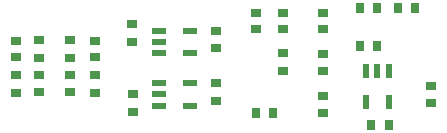
<source format=gtp>
G04 Layer_Color=8421504*
%FSLAX25Y25*%
%MOIN*%
G70*
G01*
G75*
%ADD10R,0.03543X0.03150*%
%ADD11R,0.03150X0.03543*%
%ADD12R,0.02756X0.03543*%
%ADD13R,0.02441X0.04803*%
%ADD14R,0.03543X0.02756*%
%ADD15R,0.04803X0.02441*%
D10*
X156102Y17913D02*
D03*
Y23425D02*
D03*
X120079Y28543D02*
D03*
Y34055D02*
D03*
Y42323D02*
D03*
Y47835D02*
D03*
X106693Y42323D02*
D03*
Y47835D02*
D03*
X97835Y42323D02*
D03*
Y47835D02*
D03*
X43898Y38583D02*
D03*
Y33071D02*
D03*
X35827Y26969D02*
D03*
Y21457D02*
D03*
X25394Y26969D02*
D03*
Y21457D02*
D03*
X17717Y33071D02*
D03*
Y38583D02*
D03*
D11*
X145079Y49409D02*
D03*
X150591D02*
D03*
X97835Y14370D02*
D03*
X103347D02*
D03*
D12*
X138189Y49409D02*
D03*
X132283D02*
D03*
X138189Y36811D02*
D03*
X132283D02*
D03*
X141929Y10630D02*
D03*
X136024D02*
D03*
D13*
X141929Y28543D02*
D03*
X138189D02*
D03*
X134449D02*
D03*
Y18228D02*
D03*
X141929D02*
D03*
D14*
X120079Y14370D02*
D03*
Y20276D02*
D03*
X106693Y28543D02*
D03*
Y34449D02*
D03*
X84449Y41929D02*
D03*
Y36024D02*
D03*
X56496Y38189D02*
D03*
Y44094D02*
D03*
X84449Y24409D02*
D03*
Y18504D02*
D03*
X56890Y20669D02*
D03*
Y14764D02*
D03*
X43898Y27165D02*
D03*
Y21260D02*
D03*
X35827Y32874D02*
D03*
Y38780D02*
D03*
X25394Y32874D02*
D03*
Y38780D02*
D03*
X17717Y21260D02*
D03*
Y27165D02*
D03*
D15*
X65354Y41929D02*
D03*
Y38189D02*
D03*
Y34449D02*
D03*
X75669D02*
D03*
Y41929D02*
D03*
X65354Y24409D02*
D03*
Y20669D02*
D03*
Y16929D02*
D03*
X75669D02*
D03*
Y24409D02*
D03*
M02*

</source>
